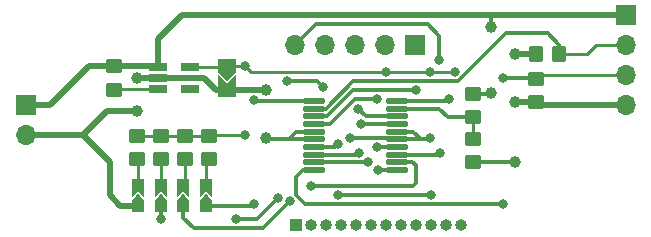
<source format=gtl>
G04 #@! TF.GenerationSoftware,KiCad,Pcbnew,(6.0.6)*
G04 #@! TF.CreationDate,2023-04-02T13:24:19+02:00*
G04 #@! TF.ProjectId,LampeSolairePetite,4c616d70-6553-46f6-9c61-697265506574,R00*
G04 #@! TF.SameCoordinates,PX5f5e100PY5cfbb60*
G04 #@! TF.FileFunction,Copper,L1,Top*
G04 #@! TF.FilePolarity,Positive*
%FSLAX46Y46*%
G04 Gerber Fmt 4.6, Leading zero omitted, Abs format (unit mm)*
G04 Created by KiCad (PCBNEW (6.0.6)) date 2023-04-02 13:24:19*
%MOMM*%
%LPD*%
G01*
G04 APERTURE LIST*
G04 Aperture macros list*
%AMRoundRect*
0 Rectangle with rounded corners*
0 $1 Rounding radius*
0 $2 $3 $4 $5 $6 $7 $8 $9 X,Y pos of 4 corners*
0 Add a 4 corners polygon primitive as box body*
4,1,4,$2,$3,$4,$5,$6,$7,$8,$9,$2,$3,0*
0 Add four circle primitives for the rounded corners*
1,1,$1+$1,$2,$3*
1,1,$1+$1,$4,$5*
1,1,$1+$1,$6,$7*
1,1,$1+$1,$8,$9*
0 Add four rect primitives between the rounded corners*
20,1,$1+$1,$2,$3,$4,$5,0*
20,1,$1+$1,$4,$5,$6,$7,0*
20,1,$1+$1,$6,$7,$8,$9,0*
20,1,$1+$1,$8,$9,$2,$3,0*%
%AMFreePoly0*
4,1,6,0.525000,-0.475000,-1.015000,-0.475000,-0.525000,0.000000,-1.025000,0.475000,0.525000,0.475000,0.525000,-0.475000,0.525000,-0.475000,$1*%
%AMFreePoly1*
4,1,6,1.025000,0.000000,0.525000,-0.475000,-0.525000,-0.475000,-0.525000,0.475000,0.525000,0.475000,1.025000,0.000000,1.025000,0.000000,$1*%
%AMFreePoly2*
4,1,6,0.587500,-0.725000,-0.587500,-0.725000,-1.287500,0.000000,-0.587500,0.725000,0.587500,0.725000,0.587500,-0.725000,0.587500,-0.725000,$1*%
%AMFreePoly3*
4,1,6,0.587500,0.000000,1.287500,-0.725000,-0.587500,-0.725000,-0.587500,0.725000,1.287500,0.725000,0.587500,0.000000,0.587500,0.000000,$1*%
G04 Aperture macros list end*
G04 #@! TA.AperFunction,ComponentPad*
%ADD10R,1.700000X1.700000*%
G04 #@! TD*
G04 #@! TA.AperFunction,ComponentPad*
%ADD11O,1.700000X1.700000*%
G04 #@! TD*
G04 #@! TA.AperFunction,SMDPad,CuDef*
%ADD12RoundRect,0.250000X-0.450000X0.350000X-0.450000X-0.350000X0.450000X-0.350000X0.450000X0.350000X0*%
G04 #@! TD*
G04 #@! TA.AperFunction,SMDPad,CuDef*
%ADD13FreePoly0,90.000000*%
G04 #@! TD*
G04 #@! TA.AperFunction,SMDPad,CuDef*
%ADD14FreePoly1,90.000000*%
G04 #@! TD*
G04 #@! TA.AperFunction,SMDPad,CuDef*
%ADD15FreePoly2,90.000000*%
G04 #@! TD*
G04 #@! TA.AperFunction,SMDPad,CuDef*
%ADD16FreePoly3,90.000000*%
G04 #@! TD*
G04 #@! TA.AperFunction,SMDPad,CuDef*
%ADD17RoundRect,0.125000X-0.825000X-0.125000X0.825000X-0.125000X0.825000X0.125000X-0.825000X0.125000X0*%
G04 #@! TD*
G04 #@! TA.AperFunction,SMDPad,CuDef*
%ADD18R,1.560000X0.650000*%
G04 #@! TD*
G04 #@! TA.AperFunction,SMDPad,CuDef*
%ADD19RoundRect,0.250000X0.350000X0.450000X-0.350000X0.450000X-0.350000X-0.450000X0.350000X-0.450000X0*%
G04 #@! TD*
G04 #@! TA.AperFunction,ComponentPad*
%ADD20R,1.000000X1.000000*%
G04 #@! TD*
G04 #@! TA.AperFunction,ComponentPad*
%ADD21O,1.000000X1.000000*%
G04 #@! TD*
G04 #@! TA.AperFunction,ViaPad*
%ADD22C,0.800000*%
G04 #@! TD*
G04 #@! TA.AperFunction,ViaPad*
%ADD23C,1.000000*%
G04 #@! TD*
G04 #@! TA.AperFunction,Conductor*
%ADD24C,0.300000*%
G04 #@! TD*
G04 #@! TA.AperFunction,Conductor*
%ADD25C,0.250000*%
G04 #@! TD*
G04 #@! TA.AperFunction,Conductor*
%ADD26C,0.500000*%
G04 #@! TD*
G04 APERTURE END LIST*
D10*
X47320000Y23840000D03*
D11*
X47320000Y21300000D03*
X47320000Y18760000D03*
X47320000Y16220000D03*
D12*
X39700000Y16490000D03*
X39700000Y18490000D03*
D11*
X19375000Y21300000D03*
X21915000Y21300000D03*
X24455000Y21300000D03*
X26995000Y21300000D03*
D10*
X29535000Y21300000D03*
D13*
X11760000Y9475000D03*
D14*
X11760000Y7725000D03*
D13*
X9855000Y9475000D03*
D14*
X9855000Y7725000D03*
D13*
X7950000Y9475000D03*
D14*
X7950000Y7725000D03*
X6045000Y7725000D03*
D13*
X6045000Y9475000D03*
D15*
X13538000Y19565000D03*
D16*
X13538000Y17490000D03*
D17*
X27960000Y16605000D03*
X27960000Y15955000D03*
X27960000Y15305000D03*
X27960000Y14655000D03*
X27960000Y14005000D03*
X27960000Y13355000D03*
X27960000Y12705000D03*
X27960000Y12055000D03*
X27960000Y11405000D03*
X27960000Y10755000D03*
X20960000Y10755000D03*
X20960000Y11405000D03*
X20960000Y12055000D03*
X20960000Y12705000D03*
X20960000Y13355000D03*
X20960000Y14005000D03*
X20960000Y14655000D03*
X20960000Y15305000D03*
X20960000Y15955000D03*
X20960000Y16605000D03*
D18*
X7743000Y19477500D03*
X7743000Y18527500D03*
X7743000Y17577500D03*
X10443000Y17577500D03*
X10443000Y19477500D03*
D19*
X39716000Y20538000D03*
X41716000Y20538000D03*
D12*
X34366000Y11410000D03*
X34366000Y13410000D03*
X34366000Y15220000D03*
X34366000Y17220000D03*
X12014000Y11664000D03*
X12014000Y13664000D03*
X4013000Y17527500D03*
X4013000Y19527500D03*
X9982000Y11664000D03*
X9982000Y13664000D03*
X7950000Y13664000D03*
X7950000Y11664000D03*
X5918000Y11664000D03*
X5918000Y13664000D03*
D20*
X19380000Y6060000D03*
D21*
X20650000Y6060000D03*
X21920000Y6060000D03*
X23190000Y6060000D03*
X24460000Y6060000D03*
X25730000Y6060000D03*
X27000000Y6060000D03*
X28270000Y6060000D03*
X29540000Y6060000D03*
X30810000Y6060000D03*
X32080000Y6060000D03*
X33350000Y6060000D03*
D11*
X-3480000Y13680000D03*
D10*
X-3480000Y16220000D03*
D22*
X32334000Y16728000D03*
X31572000Y12156000D03*
X31542500Y20030000D03*
X18618000Y18252000D03*
X21666000Y17744000D03*
X26238000Y12664000D03*
X14300000Y6568000D03*
X7950000Y6568000D03*
X17856000Y8346000D03*
X24676683Y15959362D03*
X18872000Y8092000D03*
X24947262Y14661213D03*
X36906000Y18506000D03*
X36906000Y7838000D03*
X30810000Y8600000D03*
X22936000Y8600000D03*
X22936000Y12918000D03*
X20650000Y9362000D03*
X23952000Y13426000D03*
X24714000Y12156000D03*
X25476000Y11394000D03*
X26386977Y10780977D03*
D23*
X37922000Y11394000D03*
X35890000Y22824000D03*
X35890000Y17236000D03*
D22*
X26259977Y16749977D03*
X29540000Y17490000D03*
X15824000Y7838000D03*
X15824000Y16640500D03*
X30793000Y13425340D03*
X30793000Y19013340D03*
X15062000Y13680000D03*
X15062000Y19522000D03*
D23*
X5918000Y18506000D03*
X5918000Y15712000D03*
X16840000Y13426000D03*
X16840000Y17490000D03*
D22*
X32842000Y19014000D03*
X27000000Y19014000D03*
D23*
X37922000Y16474000D03*
X37922000Y20538000D03*
D24*
X32211000Y16605000D02*
X32334000Y16728000D01*
X27960000Y16605000D02*
X32211000Y16605000D01*
X31572000Y12156000D02*
X31471000Y12055000D01*
X30722660Y13355000D02*
X30793000Y13425340D01*
X29977000Y13355000D02*
X30722660Y13355000D01*
D25*
X30793660Y19014000D02*
X30793000Y19013340D01*
X32842000Y19014000D02*
X30793660Y19014000D01*
X27000000Y19014000D02*
X30792340Y19014000D01*
D24*
X31471000Y12055000D02*
X27960000Y12055000D01*
X31542500Y22091500D02*
X31542500Y20030000D01*
D25*
X30792340Y19014000D02*
X30793000Y19013340D01*
D24*
X21153000Y23078000D02*
X30556000Y23078000D01*
X30556000Y23078000D02*
X31542500Y22091500D01*
X19375000Y21300000D02*
X21153000Y23078000D01*
X21666000Y17744000D02*
X21158000Y18252000D01*
X21158000Y18252000D02*
X18618000Y18252000D01*
X24953475Y14655000D02*
X24947262Y14661213D01*
X27960000Y14655000D02*
X24953475Y14655000D01*
X25331045Y15305000D02*
X24676683Y15959362D01*
X27960000Y15305000D02*
X25331045Y15305000D01*
X24215477Y17499477D02*
X29530523Y17499477D01*
X22021000Y15305000D02*
X24215477Y17499477D01*
X20960000Y15305000D02*
X22021000Y15305000D01*
X22312367Y14655000D02*
X24454054Y16796687D01*
X20960000Y14655000D02*
X22312367Y14655000D01*
X26213267Y16796687D02*
X26259977Y16749977D01*
X26279000Y12705000D02*
X26238000Y12664000D01*
X24454054Y16796687D02*
X26213267Y16796687D01*
X27960000Y12705000D02*
X26279000Y12705000D01*
X29530523Y17499477D02*
X29540000Y17490000D01*
X23952000Y13426000D02*
X27889000Y13426000D01*
X27889000Y13426000D02*
X27960000Y13355000D01*
X10744000Y5806000D02*
X9855000Y6695000D01*
X16586000Y5806000D02*
X10744000Y5806000D01*
X9855000Y6695000D02*
X9855000Y7725000D01*
X18872000Y8092000D02*
X16586000Y5806000D01*
X16078000Y6568000D02*
X17856000Y8346000D01*
X7950000Y7725000D02*
X7950000Y6568000D01*
X14300000Y6568000D02*
X16078000Y6568000D01*
X20011000Y10755000D02*
X20960000Y10755000D01*
X36906000Y7838000D02*
X20185954Y7838000D01*
X19380000Y8643954D02*
X19380000Y10124000D01*
X19380000Y10124000D02*
X20011000Y10755000D01*
X20185954Y7838000D02*
X19380000Y8643954D01*
X39684000Y18506000D02*
X39700000Y18490000D01*
X36906000Y18506000D02*
X39684000Y18506000D01*
X22723000Y12705000D02*
X22936000Y12918000D01*
X20960000Y12705000D02*
X22723000Y12705000D01*
X22936000Y8600000D02*
X30810000Y8600000D01*
X29540000Y11140000D02*
X29540000Y9616000D01*
X29275000Y11405000D02*
X29540000Y11140000D01*
X29286000Y9362000D02*
X20650000Y9362000D01*
X27960000Y11405000D02*
X29275000Y11405000D01*
X29540000Y9616000D02*
X29286000Y9362000D01*
X24714000Y12156000D02*
X24613000Y12055000D01*
X24613000Y12055000D02*
X20960000Y12055000D01*
X20971000Y11394000D02*
X20960000Y11405000D01*
X25476000Y11394000D02*
X20971000Y11394000D01*
X26412954Y10755000D02*
X26386977Y10780977D01*
X27960000Y10755000D02*
X26412954Y10755000D01*
X37906000Y11410000D02*
X37922000Y11394000D01*
X34366000Y11410000D02*
X37906000Y11410000D01*
X35890000Y22824000D02*
X35890000Y23840000D01*
D26*
X35890000Y23840000D02*
X47320000Y23840000D01*
X9728000Y23840000D02*
X35890000Y23840000D01*
D24*
X35874000Y17220000D02*
X35890000Y17236000D01*
X34366000Y17220000D02*
X35874000Y17220000D01*
X41716000Y21316000D02*
X41716000Y20538000D01*
X40716000Y22316000D02*
X41716000Y21316000D01*
X37204661Y22316000D02*
X40716000Y22316000D01*
X33140661Y18252000D02*
X37204661Y22316000D01*
X24228751Y18252000D02*
X33140661Y18252000D01*
X21931751Y15955000D02*
X24228751Y18252000D01*
X20960000Y15955000D02*
X21931751Y15955000D01*
X15711000Y7725000D02*
X15824000Y7838000D01*
X11760000Y7725000D02*
X15711000Y7725000D01*
X15859500Y16605000D02*
X15824000Y16640500D01*
X20960000Y16605000D02*
X15859500Y16605000D01*
D25*
X15570000Y19014000D02*
X27000000Y19014000D01*
X15062000Y19522000D02*
X15570000Y19014000D01*
X15273000Y19565000D02*
X13538000Y19565000D01*
X15062000Y19522000D02*
X15273000Y19565000D01*
X12030000Y13680000D02*
X12014000Y13664000D01*
X15062000Y13680000D02*
X12030000Y13680000D01*
D24*
X31538339Y15955000D02*
X32273339Y15220000D01*
X32273339Y15220000D02*
X34366000Y15220000D01*
X27960000Y15955000D02*
X31538339Y15955000D01*
X29327000Y14005000D02*
X29977000Y13355000D01*
X27960000Y14005000D02*
X29327000Y14005000D01*
X27960000Y13355000D02*
X29977000Y13355000D01*
D26*
X3632000Y11394000D02*
X3632000Y8628000D01*
X3632000Y8628000D02*
X4535000Y7725000D01*
X6045000Y7725000D02*
X4535000Y7725000D01*
X1346000Y13680000D02*
X3632000Y11394000D01*
X1346000Y13680000D02*
X-3480000Y13680000D01*
X3378000Y15712000D02*
X1346000Y13680000D01*
X5918000Y15712000D02*
X3378000Y15712000D01*
X5939500Y18527500D02*
X5918000Y18506000D01*
X7743000Y18527500D02*
X5939500Y18527500D01*
D24*
X16911000Y13355000D02*
X16840000Y13426000D01*
X18801000Y13355000D02*
X16911000Y13355000D01*
D26*
X13538000Y17490000D02*
X16840000Y17490000D01*
D24*
X19451000Y14005000D02*
X18801000Y13355000D01*
X20960000Y13355000D02*
X18801000Y13355000D01*
X20960000Y14005000D02*
X19451000Y14005000D01*
D26*
X7743000Y21855000D02*
X9728000Y23840000D01*
X7743000Y19477500D02*
X7743000Y21855000D01*
X7693000Y19527500D02*
X7743000Y19477500D01*
X4013000Y19527500D02*
X7693000Y19527500D01*
X1859500Y19527500D02*
X4013000Y19527500D01*
X-3480000Y16220000D02*
X-1448000Y16220000D01*
X-1448000Y16220000D02*
X1859500Y19527500D01*
X37922000Y16474000D02*
X39684000Y16474000D01*
X39684000Y16474000D02*
X39700000Y16490000D01*
X39716000Y20538000D02*
X37922000Y20538000D01*
D25*
X44018000Y20538000D02*
X41716000Y20538000D01*
X44780000Y21300000D02*
X44018000Y20538000D01*
X47320000Y21300000D02*
X44780000Y21300000D01*
D26*
X39970000Y16220000D02*
X39700000Y16490000D01*
X47320000Y16220000D02*
X39970000Y16220000D01*
D25*
X39970000Y18760000D02*
X47320000Y18760000D01*
X39700000Y18490000D02*
X39970000Y18760000D01*
X5918000Y13664000D02*
X12014000Y13664000D01*
X6045000Y11537000D02*
X5918000Y11664000D01*
X6045000Y9475000D02*
X6045000Y11537000D01*
X11760000Y11410000D02*
X12014000Y11664000D01*
X11760000Y9475000D02*
X11760000Y11410000D01*
X9982000Y9602000D02*
X9855000Y9475000D01*
X9982000Y11664000D02*
X9982000Y9602000D01*
X7950000Y9475000D02*
X7950000Y11664000D01*
X34366000Y15220000D02*
X34366000Y13410000D01*
D26*
X11633000Y18527500D02*
X12670500Y17490000D01*
X12670500Y17490000D02*
X13538000Y17490000D01*
X7743000Y18527500D02*
X11633000Y18527500D01*
D25*
X4063000Y17577500D02*
X4013000Y17527500D01*
X7743000Y17577500D02*
X4063000Y17577500D01*
X13450500Y19477500D02*
X13538000Y19565000D01*
X10443000Y19477500D02*
X13450500Y19477500D01*
M02*

</source>
